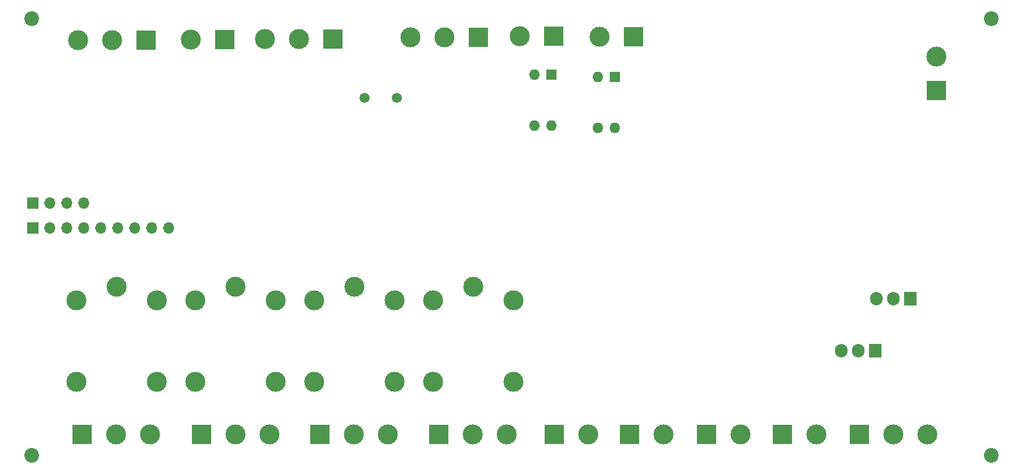
<source format=gbr>
%TF.GenerationSoftware,KiCad,Pcbnew,(6.0.6)*%
%TF.CreationDate,2022-07-22T23:00:37-04:00*%
%TF.ProjectId,Proyecto,50726f79-6563-4746-9f2e-6b696361645f,rev?*%
%TF.SameCoordinates,Original*%
%TF.FileFunction,Soldermask,Bot*%
%TF.FilePolarity,Negative*%
%FSLAX46Y46*%
G04 Gerber Fmt 4.6, Leading zero omitted, Abs format (unit mm)*
G04 Created by KiCad (PCBNEW (6.0.6)) date 2022-07-22 23:00:37*
%MOMM*%
%LPD*%
G01*
G04 APERTURE LIST*
%ADD10R,3.000000X3.000000*%
%ADD11C,3.000000*%
%ADD12R,1.905000X2.000000*%
%ADD13O,1.905000X2.000000*%
%ADD14R,1.700000X1.700000*%
%ADD15O,1.700000X1.700000*%
%ADD16C,2.200000*%
%ADD17C,1.500000*%
%ADD18R,1.600000X1.600000*%
%ADD19O,1.600000X1.600000*%
G04 APERTURE END LIST*
D10*
%TO.C,J3*%
X201776382Y-110475000D03*
D11*
X206856382Y-110475000D03*
X211936382Y-110475000D03*
%TD*%
D12*
%TO.C,Q1*%
X204156382Y-97950000D03*
D13*
X201616382Y-97950000D03*
X199076382Y-97950000D03*
%TD*%
D10*
%TO.C,J4*%
X138876382Y-110425000D03*
D11*
X143956382Y-110425000D03*
X149036382Y-110425000D03*
%TD*%
D14*
%TO.C,J13*%
X78206382Y-75825000D03*
D15*
X80746382Y-75825000D03*
X83286382Y-75825000D03*
X85826382Y-75825000D03*
%TD*%
D10*
%TO.C,J5*%
X123081382Y-51250000D03*
D11*
X118001382Y-51250000D03*
X112921382Y-51250000D03*
%TD*%
D10*
%TO.C,J15*%
X156166382Y-110425000D03*
D11*
X161246382Y-110425000D03*
%TD*%
D10*
%TO.C,J2*%
X85551382Y-110475000D03*
D11*
X90631382Y-110475000D03*
X95711382Y-110475000D03*
%TD*%
D10*
%TO.C,J9*%
X95156382Y-51425000D03*
D11*
X90076382Y-51425000D03*
X84996382Y-51425000D03*
%TD*%
D16*
%TO.C,HOLE3*%
X221531382Y-113575000D03*
%TD*%
D10*
%TO.C,J7*%
X103401382Y-110425000D03*
D11*
X108481382Y-110425000D03*
X113561382Y-110425000D03*
%TD*%
D12*
%TO.C,Q2*%
X209446382Y-90105000D03*
D13*
X206906382Y-90105000D03*
X204366382Y-90105000D03*
%TD*%
D11*
%TO.C,K2*%
X144061382Y-88380000D03*
X150061382Y-102580000D03*
X138061382Y-102580000D03*
X138061382Y-90380000D03*
X150061382Y-90380000D03*
%TD*%
%TO.C,K3*%
X126281382Y-88380000D03*
X132281382Y-102580000D03*
X120281382Y-102580000D03*
X120281382Y-90380000D03*
X132281382Y-90380000D03*
%TD*%
D10*
%TO.C,J16*%
X168046382Y-50900000D03*
D11*
X162966382Y-50900000D03*
%TD*%
%TO.C,K4*%
X108501382Y-88380000D03*
X114501382Y-102580000D03*
X102501382Y-102580000D03*
X102501382Y-90380000D03*
X114501382Y-90380000D03*
%TD*%
D16*
%TO.C,HOLE3*%
X78021382Y-113575000D03*
%TD*%
%TO.C,HOLE3*%
X221531382Y-48170000D03*
%TD*%
D10*
%TO.C,J17*%
X156056382Y-50850000D03*
D11*
X150976382Y-50850000D03*
%TD*%
D10*
%TO.C,J14*%
X167466382Y-110475000D03*
D11*
X172546382Y-110475000D03*
%TD*%
D16*
%TO.C,HOLE3*%
X78021382Y-48170000D03*
%TD*%
D10*
%TO.C,J11*%
X190291382Y-110425000D03*
D11*
X195371382Y-110425000D03*
%TD*%
D14*
%TO.C,J1*%
X78206382Y-79500000D03*
D15*
X80746382Y-79500000D03*
X83286382Y-79500000D03*
X85826382Y-79500000D03*
X88366382Y-79500000D03*
X90906382Y-79500000D03*
X93446382Y-79500000D03*
X95986382Y-79500000D03*
X98526382Y-79500000D03*
%TD*%
D17*
%TO.C,Y1*%
X127781382Y-60100000D03*
X132661382Y-60100000D03*
%TD*%
D11*
%TO.C,K1*%
X90721382Y-88380000D03*
X96721382Y-102580000D03*
X84721382Y-102580000D03*
X84721382Y-90380000D03*
X96721382Y-90380000D03*
%TD*%
D18*
%TO.C,U4*%
X165231382Y-56925000D03*
D19*
X162691382Y-56925000D03*
X162691382Y-64545000D03*
X165231382Y-64545000D03*
%TD*%
D10*
%TO.C,J18*%
X106856382Y-51350000D03*
D11*
X101776382Y-51350000D03*
%TD*%
D10*
%TO.C,J8*%
X213276382Y-58965000D03*
D11*
X213276382Y-53885000D03*
%TD*%
D10*
%TO.C,J10*%
X144831382Y-50975000D03*
D11*
X139751382Y-50975000D03*
X134671382Y-50975000D03*
%TD*%
D10*
%TO.C,J6*%
X121101382Y-110475000D03*
D11*
X126181382Y-110475000D03*
X131261382Y-110475000D03*
%TD*%
D18*
%TO.C,U5*%
X155706382Y-56600000D03*
D19*
X153166382Y-56600000D03*
X153166382Y-64220000D03*
X155706382Y-64220000D03*
%TD*%
D10*
%TO.C,J12*%
X178941382Y-110475000D03*
D11*
X184021382Y-110475000D03*
%TD*%
M02*

</source>
